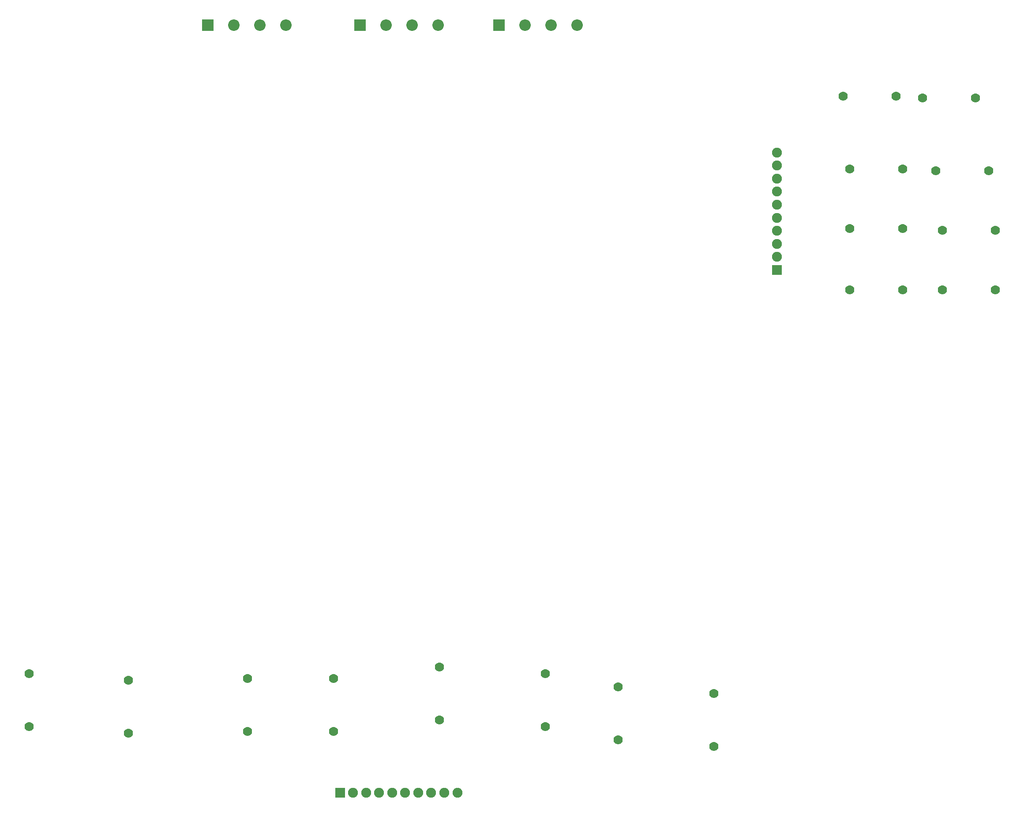
<source format=gbr>
G04 EasyPC Gerber Version 21.0.3 Build 4286 *
G04 #@! TF.Part,Single*
G04 #@! TF.FileFunction,Soldermask,Bot *
G04 #@! TF.FilePolarity,Negative *
%FSLAX35Y35*%
%MOIN*%
G04 #@! TA.AperFunction,ComponentPad*
%ADD112R,0.07496X0.07496*%
%ADD10R,0.08677X0.08677*%
%ADD12C,0.07000*%
%ADD113C,0.07496*%
%ADD11C,0.08677*%
X0Y0D02*
D02*
D10*
X147750Y590250D03*
X262750D03*
X367750D03*
D02*
D11*
X167435D03*
X187120D03*
X206805D03*
X282435D03*
X302120D03*
X321805D03*
X387435D03*
X407120D03*
X426805D03*
D02*
D12*
X12750Y60250D03*
Y100250D03*
X87750Y55250D03*
Y95250D03*
X177750Y56500D03*
Y96500D03*
X242750Y56500D03*
Y96500D03*
X322750Y65250D03*
Y105250D03*
X402750Y60250D03*
Y100250D03*
X457750Y50250D03*
Y90250D03*
X530250Y45250D03*
Y85250D03*
X627750Y536500D03*
X632750Y390250D03*
Y436500D03*
Y481500D03*
X667750Y536500D03*
X672750Y390250D03*
Y436500D03*
Y481500D03*
X687750Y535250D03*
X697750Y480250D03*
X702750Y390250D03*
Y435250D03*
X727750Y535250D03*
X737750Y480250D03*
X742750Y390250D03*
Y435250D03*
D02*
D112*
X247750Y10250D03*
X577750Y405250D03*
D02*
D113*
X257593Y10250D03*
X267435D03*
X277278D03*
X287120D03*
X296963D03*
X306805D03*
X316648D03*
X326490D03*
X336333D03*
X577750Y415093D03*
Y424935D03*
Y434778D03*
Y444620D03*
Y454463D03*
Y464305D03*
Y474148D03*
Y483990D03*
Y493833D03*
X0Y0D02*
M02*

</source>
